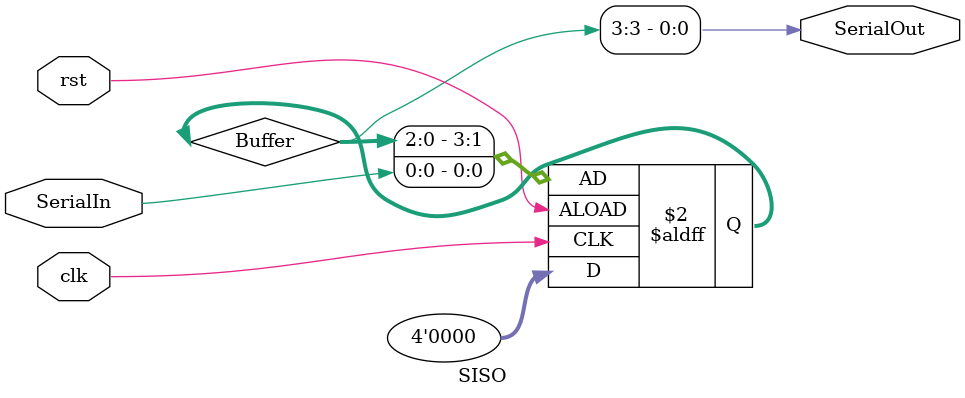
<source format=v>


`timescale 1ns/10ps

module SISO (
    SerialIn,
    SerialOut,
    clk,
    rst
);
// SISO Left Shift registor
// 
// Input:
//     SerialIn(bool): serial input feed
//     clk(bool): clock signal
//     rst(bool):reset signal
// 
// Output:
//     SerialOut(bool): serial out delayed by BufferSize
// 
// Paramter:
//     BufferSize(int): size of SISO buffer, aka delay amount

input SerialIn;
output SerialOut;
wire SerialOut;
input clk;
input rst;

reg [3:0] Buffer;



always @(posedge clk, negedge rst) begin: SISO_LOGIC
    if (rst) begin
        Buffer <= 0;
    end
    else begin
        Buffer <= {Buffer[(4 - 1)-1:0], SerialIn};
    end
end



assign SerialOut = Buffer[(4 - 1)];

endmodule

</source>
